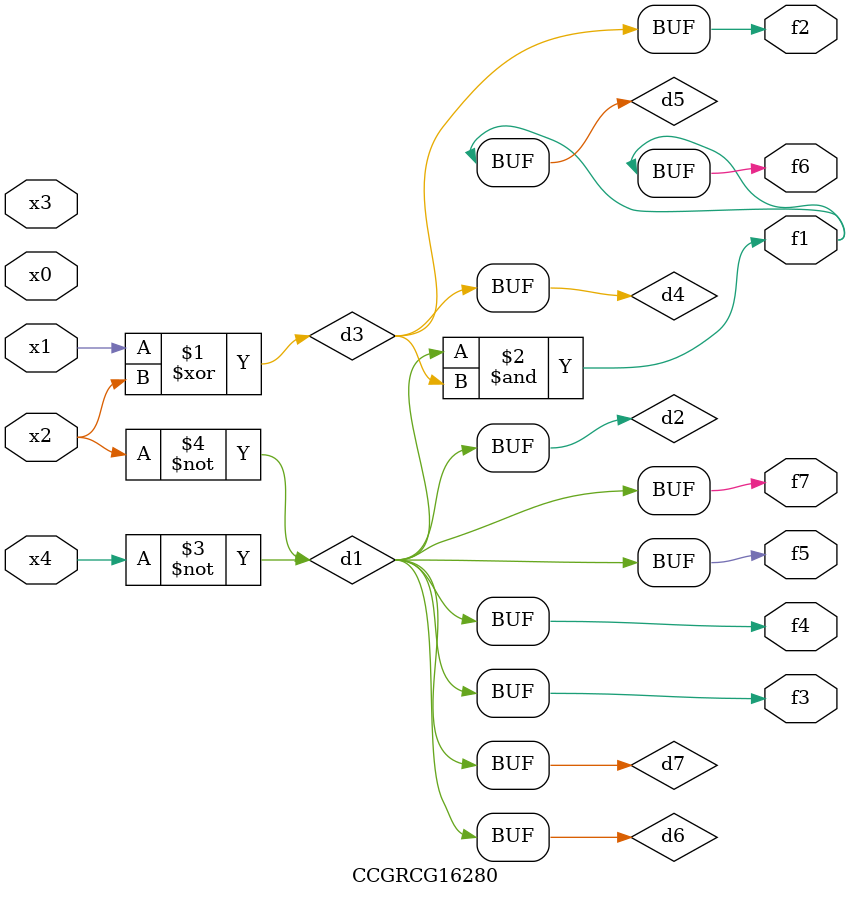
<source format=v>
module CCGRCG16280(
	input x0, x1, x2, x3, x4,
	output f1, f2, f3, f4, f5, f6, f7
);

	wire d1, d2, d3, d4, d5, d6, d7;

	not (d1, x4);
	not (d2, x2);
	xor (d3, x1, x2);
	buf (d4, d3);
	and (d5, d1, d3);
	buf (d6, d1, d2);
	buf (d7, d2);
	assign f1 = d5;
	assign f2 = d4;
	assign f3 = d7;
	assign f4 = d7;
	assign f5 = d7;
	assign f6 = d5;
	assign f7 = d7;
endmodule

</source>
